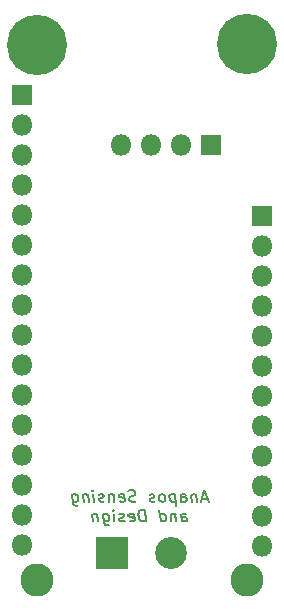
<source format=gbr>
%TF.GenerationSoftware,KiCad,Pcbnew,5.1.6-c6e7f7d~87~ubuntu18.04.1*%
%TF.CreationDate,2020-10-23T00:55:09-07:00*%
%TF.ProjectId,feather-power-supply-sw-smd-adj,66656174-6865-4722-9d70-6f7765722d73,rev?*%
%TF.SameCoordinates,Original*%
%TF.FileFunction,Soldermask,Bot*%
%TF.FilePolarity,Negative*%
%FSLAX46Y46*%
G04 Gerber Fmt 4.6, Leading zero omitted, Abs format (unit mm)*
G04 Created by KiCad (PCBNEW 5.1.6-c6e7f7d~87~ubuntu18.04.1) date 2020-10-23 00:55:09*
%MOMM*%
%LPD*%
G01*
G04 APERTURE LIST*
%ADD10C,0.150000*%
%ADD11O,1.801600X1.801600*%
%ADD12R,1.801600X1.801600*%
%ADD13C,2.801600*%
%ADD14R,2.701600X2.701600*%
%ADD15C,2.701600*%
%ADD16C,5.101600*%
G04 APERTURE END LIST*
D10*
X145248366Y-100128866D02*
X144772175Y-100128866D01*
X145379318Y-100414580D02*
X144920985Y-99414580D01*
X144712651Y-100414580D01*
X144295985Y-99747914D02*
X144379318Y-100414580D01*
X144307889Y-99843152D02*
X144254318Y-99795533D01*
X144153127Y-99747914D01*
X144010270Y-99747914D01*
X143920985Y-99795533D01*
X143885270Y-99890771D01*
X143950747Y-100414580D01*
X143045985Y-100414580D02*
X142980508Y-99890771D01*
X143016223Y-99795533D01*
X143105508Y-99747914D01*
X143295985Y-99747914D01*
X143397175Y-99795533D01*
X143040032Y-100366961D02*
X143141223Y-100414580D01*
X143379318Y-100414580D01*
X143468604Y-100366961D01*
X143504318Y-100271723D01*
X143492413Y-100176485D01*
X143432889Y-100081247D01*
X143331699Y-100033628D01*
X143093604Y-100033628D01*
X142992413Y-99986009D01*
X142486461Y-99747914D02*
X142611461Y-100747914D01*
X142492413Y-99795533D02*
X142391223Y-99747914D01*
X142200747Y-99747914D01*
X142111461Y-99795533D01*
X142069794Y-99843152D01*
X142034080Y-99938390D01*
X142069794Y-100224104D01*
X142129318Y-100319342D01*
X142182889Y-100366961D01*
X142284080Y-100414580D01*
X142474556Y-100414580D01*
X142563842Y-100366961D01*
X141522175Y-100414580D02*
X141611461Y-100366961D01*
X141653127Y-100319342D01*
X141688842Y-100224104D01*
X141653127Y-99938390D01*
X141593604Y-99843152D01*
X141540032Y-99795533D01*
X141438842Y-99747914D01*
X141295985Y-99747914D01*
X141206699Y-99795533D01*
X141165032Y-99843152D01*
X141129318Y-99938390D01*
X141165032Y-100224104D01*
X141224556Y-100319342D01*
X141278127Y-100366961D01*
X141379318Y-100414580D01*
X141522175Y-100414580D01*
X140801937Y-100366961D02*
X140712651Y-100414580D01*
X140522175Y-100414580D01*
X140420985Y-100366961D01*
X140361461Y-100271723D01*
X140355508Y-100224104D01*
X140391223Y-100128866D01*
X140480508Y-100081247D01*
X140623366Y-100081247D01*
X140712651Y-100033628D01*
X140748366Y-99938390D01*
X140742413Y-99890771D01*
X140682889Y-99795533D01*
X140581699Y-99747914D01*
X140438842Y-99747914D01*
X140349556Y-99795533D01*
X139230508Y-100366961D02*
X139093604Y-100414580D01*
X138855508Y-100414580D01*
X138754318Y-100366961D01*
X138700747Y-100319342D01*
X138641223Y-100224104D01*
X138629318Y-100128866D01*
X138665032Y-100033628D01*
X138706699Y-99986009D01*
X138795985Y-99938390D01*
X138980508Y-99890771D01*
X139069794Y-99843152D01*
X139111461Y-99795533D01*
X139147175Y-99700295D01*
X139135270Y-99605057D01*
X139075747Y-99509819D01*
X139022175Y-99462200D01*
X138920985Y-99414580D01*
X138682889Y-99414580D01*
X138545985Y-99462200D01*
X137849556Y-100366961D02*
X137950747Y-100414580D01*
X138141223Y-100414580D01*
X138230508Y-100366961D01*
X138266223Y-100271723D01*
X138218604Y-99890771D01*
X138159080Y-99795533D01*
X138057889Y-99747914D01*
X137867413Y-99747914D01*
X137778127Y-99795533D01*
X137742413Y-99890771D01*
X137754318Y-99986009D01*
X138242413Y-100081247D01*
X137295985Y-99747914D02*
X137379318Y-100414580D01*
X137307889Y-99843152D02*
X137254318Y-99795533D01*
X137153127Y-99747914D01*
X137010270Y-99747914D01*
X136920985Y-99795533D01*
X136885270Y-99890771D01*
X136950747Y-100414580D01*
X136516223Y-100366961D02*
X136426937Y-100414580D01*
X136236461Y-100414580D01*
X136135270Y-100366961D01*
X136075747Y-100271723D01*
X136069794Y-100224104D01*
X136105508Y-100128866D01*
X136194794Y-100081247D01*
X136337651Y-100081247D01*
X136426937Y-100033628D01*
X136462651Y-99938390D01*
X136456699Y-99890771D01*
X136397175Y-99795533D01*
X136295985Y-99747914D01*
X136153127Y-99747914D01*
X136063842Y-99795533D01*
X135665032Y-100414580D02*
X135581699Y-99747914D01*
X135540032Y-99414580D02*
X135593604Y-99462200D01*
X135551937Y-99509819D01*
X135498366Y-99462200D01*
X135540032Y-99414580D01*
X135551937Y-99509819D01*
X135105508Y-99747914D02*
X135188842Y-100414580D01*
X135117413Y-99843152D02*
X135063842Y-99795533D01*
X134962651Y-99747914D01*
X134819794Y-99747914D01*
X134730508Y-99795533D01*
X134694794Y-99890771D01*
X134760270Y-100414580D01*
X133772175Y-99747914D02*
X133873366Y-100557438D01*
X133932889Y-100652676D01*
X133986461Y-100700295D01*
X134087651Y-100747914D01*
X134230508Y-100747914D01*
X134319794Y-100700295D01*
X133849556Y-100366961D02*
X133950747Y-100414580D01*
X134141223Y-100414580D01*
X134230508Y-100366961D01*
X134272175Y-100319342D01*
X134307889Y-100224104D01*
X134272175Y-99938390D01*
X134212651Y-99843152D01*
X134159080Y-99795533D01*
X134057889Y-99747914D01*
X133867413Y-99747914D01*
X133778127Y-99795533D01*
X143093604Y-102064580D02*
X143028127Y-101540771D01*
X143063842Y-101445533D01*
X143153127Y-101397914D01*
X143343604Y-101397914D01*
X143444794Y-101445533D01*
X143087651Y-102016961D02*
X143188842Y-102064580D01*
X143426937Y-102064580D01*
X143516223Y-102016961D01*
X143551937Y-101921723D01*
X143540032Y-101826485D01*
X143480508Y-101731247D01*
X143379318Y-101683628D01*
X143141223Y-101683628D01*
X143040032Y-101636009D01*
X142534080Y-101397914D02*
X142617413Y-102064580D01*
X142545985Y-101493152D02*
X142492413Y-101445533D01*
X142391223Y-101397914D01*
X142248366Y-101397914D01*
X142159080Y-101445533D01*
X142123366Y-101540771D01*
X142188842Y-102064580D01*
X141284080Y-102064580D02*
X141159080Y-101064580D01*
X141278127Y-102016961D02*
X141379318Y-102064580D01*
X141569794Y-102064580D01*
X141659080Y-102016961D01*
X141700747Y-101969342D01*
X141736461Y-101874104D01*
X141700747Y-101588390D01*
X141641223Y-101493152D01*
X141587651Y-101445533D01*
X141486461Y-101397914D01*
X141295985Y-101397914D01*
X141206699Y-101445533D01*
X140045985Y-102064580D02*
X139920985Y-101064580D01*
X139682889Y-101064580D01*
X139545985Y-101112200D01*
X139462651Y-101207438D01*
X139426937Y-101302676D01*
X139403127Y-101493152D01*
X139420985Y-101636009D01*
X139492413Y-101826485D01*
X139551937Y-101921723D01*
X139659080Y-102016961D01*
X139807889Y-102064580D01*
X140045985Y-102064580D01*
X138659080Y-102016961D02*
X138760270Y-102064580D01*
X138950747Y-102064580D01*
X139040032Y-102016961D01*
X139075747Y-101921723D01*
X139028127Y-101540771D01*
X138968604Y-101445533D01*
X138867413Y-101397914D01*
X138676937Y-101397914D01*
X138587651Y-101445533D01*
X138551937Y-101540771D01*
X138563842Y-101636009D01*
X139051937Y-101731247D01*
X138230508Y-102016961D02*
X138141223Y-102064580D01*
X137950747Y-102064580D01*
X137849556Y-102016961D01*
X137790032Y-101921723D01*
X137784080Y-101874104D01*
X137819794Y-101778866D01*
X137909080Y-101731247D01*
X138051937Y-101731247D01*
X138141223Y-101683628D01*
X138176937Y-101588390D01*
X138170985Y-101540771D01*
X138111461Y-101445533D01*
X138010270Y-101397914D01*
X137867413Y-101397914D01*
X137778127Y-101445533D01*
X137379318Y-102064580D02*
X137295985Y-101397914D01*
X137254318Y-101064580D02*
X137307889Y-101112200D01*
X137266223Y-101159819D01*
X137212651Y-101112200D01*
X137254318Y-101064580D01*
X137266223Y-101159819D01*
X136391223Y-101397914D02*
X136492413Y-102207438D01*
X136551937Y-102302676D01*
X136605508Y-102350295D01*
X136706699Y-102397914D01*
X136849556Y-102397914D01*
X136938842Y-102350295D01*
X136468604Y-102016961D02*
X136569794Y-102064580D01*
X136760270Y-102064580D01*
X136849556Y-102016961D01*
X136891223Y-101969342D01*
X136926937Y-101874104D01*
X136891223Y-101588390D01*
X136831699Y-101493152D01*
X136778127Y-101445533D01*
X136676937Y-101397914D01*
X136486461Y-101397914D01*
X136397175Y-101445533D01*
X135915032Y-101397914D02*
X135998366Y-102064580D01*
X135926937Y-101493152D02*
X135873366Y-101445533D01*
X135772175Y-101397914D01*
X135629318Y-101397914D01*
X135540032Y-101445533D01*
X135504318Y-101540771D01*
X135569794Y-102064580D01*
D11*
%TO.C,J2*%
X129565400Y-104089200D03*
X129565400Y-101549200D03*
X129565400Y-99009200D03*
X129565400Y-96469200D03*
X129565400Y-93929200D03*
X129565400Y-91389200D03*
X129565400Y-88849200D03*
X129565400Y-86309200D03*
X129565400Y-83769200D03*
X129565400Y-81229200D03*
X129565400Y-78689200D03*
X129565400Y-76149200D03*
X129565400Y-73609200D03*
X129565400Y-71069200D03*
X129565400Y-68529200D03*
D12*
X129565400Y-65989200D03*
%TD*%
D13*
%TO.C,H3*%
X148615400Y-107010200D03*
%TD*%
%TO.C,H4*%
X130810000Y-107010200D03*
%TD*%
D11*
%TO.C,J4*%
X137922000Y-70231000D03*
X140462000Y-70231000D03*
X143002000Y-70231000D03*
D12*
X145542000Y-70231000D03*
%TD*%
D14*
%TO.C,J5*%
X137160000Y-104775000D03*
D15*
X142160000Y-104775000D03*
%TD*%
D16*
%TO.C,H2*%
X148615400Y-61671200D03*
%TD*%
%TO.C,H1*%
X130810000Y-61696600D03*
%TD*%
D12*
%TO.C,J1*%
X149860000Y-76200000D03*
D11*
X149860000Y-78740000D03*
X149860000Y-81280000D03*
X149860000Y-83820000D03*
X149860000Y-86360000D03*
X149860000Y-88900000D03*
X149860000Y-91440000D03*
X149860000Y-93980000D03*
X149860000Y-96520000D03*
X149860000Y-99060000D03*
X149860000Y-101600000D03*
X149860000Y-104140000D03*
%TD*%
M02*

</source>
